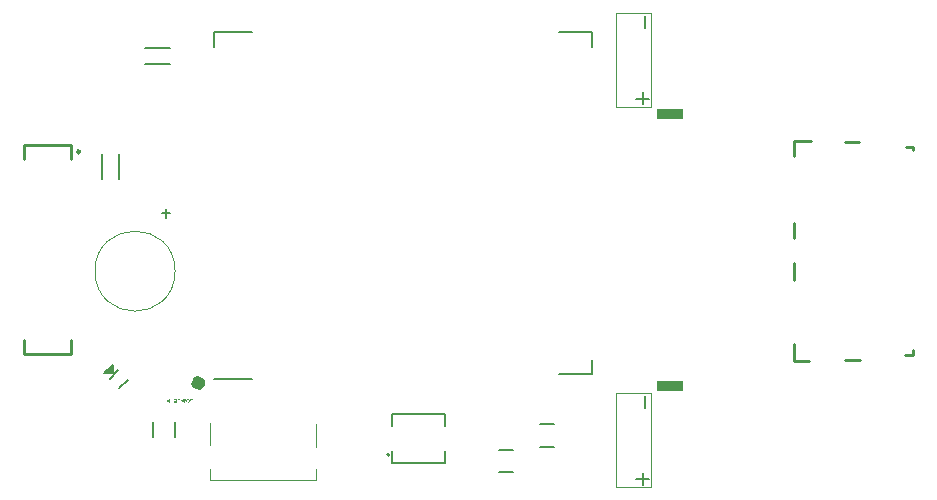
<source format=gbo>
G04*
G04 #@! TF.GenerationSoftware,Altium Limited,Altium Designer,22.2.1 (43)*
G04*
G04 Layer_Color=32896*
%FSLAX44Y44*%
%MOMM*%
G71*
G04*
G04 #@! TF.SameCoordinates,D676EA34-7746-482F-A41B-9349FDE20BFB*
G04*
G04*
G04 #@! TF.FilePolarity,Positive*
G04*
G01*
G75*
%ADD10C,0.1270*%
%ADD12C,0.2000*%
%ADD13C,0.3000*%
%ADD14C,0.1530*%
%ADD15C,0.1001*%
%ADD17R,2.2330X0.9000*%
%ADD65C,0.2540*%
%ADD134C,1.0000*%
%ADD135C,0.1781*%
%ADD136R,2.2330X0.9000*%
G36*
X65772Y-2176D02*
X65359D01*
Y376D01*
X63658Y-2176D01*
X63211D01*
Y1076D01*
X63625D01*
Y-1480D01*
X65331Y1076D01*
X65772D01*
Y-2176D01*
D02*
G37*
G36*
X78347D02*
X77896D01*
X77210Y301D01*
X77191Y362D01*
X77177Y428D01*
X77158Y493D01*
X77144Y550D01*
X77130Y602D01*
X77120Y644D01*
X77116Y672D01*
X77111Y677D01*
Y681D01*
X77106Y667D01*
X77102Y644D01*
X77087Y592D01*
X77069Y531D01*
X77050Y465D01*
X77036Y404D01*
X77022Y353D01*
X77017Y329D01*
X77012Y315D01*
X77008Y305D01*
Y301D01*
X76326Y-2176D01*
X75903D01*
X75010Y1076D01*
X75448D01*
X75955Y-1015D01*
X75993Y-1161D01*
X76021Y-1292D01*
X76049Y-1414D01*
X76073Y-1518D01*
X76087Y-1565D01*
X76091Y-1607D01*
X76101Y-1640D01*
X76105Y-1668D01*
X76115Y-1692D01*
Y-1710D01*
X76119Y-1720D01*
Y-1725D01*
X76152Y-1518D01*
X76195Y-1316D01*
X76237Y-1123D01*
X76256Y-1034D01*
X76279Y-944D01*
X76298Y-865D01*
X76317Y-794D01*
X76336Y-733D01*
X76350Y-677D01*
X76359Y-634D01*
X76369Y-601D01*
X76378Y-578D01*
Y-573D01*
X76838Y1076D01*
X77360D01*
X77976Y-1123D01*
X77980Y-1142D01*
X77990Y-1170D01*
X77999Y-1208D01*
X78008Y-1250D01*
X78023Y-1297D01*
X78032Y-1349D01*
X78060Y-1452D01*
X78084Y-1555D01*
X78098Y-1602D01*
X78107Y-1640D01*
X78112Y-1678D01*
X78121Y-1701D01*
X78126Y-1720D01*
Y-1725D01*
X78149Y-1602D01*
X78173Y-1480D01*
X78197Y-1367D01*
X78220Y-1269D01*
X78229Y-1222D01*
X78239Y-1179D01*
X78248Y-1147D01*
X78253Y-1114D01*
X78258Y-1090D01*
X78262Y-1071D01*
X78267Y-1062D01*
Y-1057D01*
X78751Y1076D01*
X79197D01*
X78347Y-2176D01*
D02*
G37*
G36*
X85461D02*
X85029D01*
Y-855D01*
X84197D01*
X84075Y-851D01*
X83957Y-841D01*
X83854Y-827D01*
X83760Y-808D01*
X83671Y-789D01*
X83596Y-766D01*
X83525Y-738D01*
X83464Y-710D01*
X83412Y-686D01*
X83365Y-658D01*
X83328Y-634D01*
X83300Y-611D01*
X83276Y-597D01*
X83262Y-583D01*
X83253Y-573D01*
X83248Y-569D01*
X83201Y-512D01*
X83159Y-456D01*
X83126Y-399D01*
X83093Y-338D01*
X83065Y-277D01*
X83046Y-221D01*
X83013Y-113D01*
X83004Y-61D01*
X82994Y-14D01*
X82989Y28D01*
X82985Y61D01*
X82980Y94D01*
Y113D01*
Y127D01*
Y132D01*
X82985Y221D01*
X82994Y305D01*
X83013Y381D01*
X83027Y446D01*
X83046Y503D01*
X83065Y545D01*
X83074Y569D01*
X83079Y578D01*
X83116Y649D01*
X83163Y710D01*
X83206Y766D01*
X83248Y808D01*
X83286Y841D01*
X83314Y869D01*
X83333Y883D01*
X83342Y888D01*
X83403Y926D01*
X83473Y959D01*
X83539Y987D01*
X83600Y1010D01*
X83657Y1024D01*
X83699Y1034D01*
X83732Y1043D01*
X83741D01*
X83812Y1053D01*
X83892Y1062D01*
X83976Y1067D01*
X84056Y1071D01*
X84127Y1076D01*
X85461D01*
Y-2176D01*
D02*
G37*
G36*
X74602D02*
X72172D01*
Y-1790D01*
X74169D01*
Y-686D01*
X72370D01*
Y-301D01*
X74169D01*
Y691D01*
X72248D01*
Y1076D01*
X74602D01*
Y-2176D01*
D02*
G37*
G36*
X71571D02*
X71139D01*
Y-733D01*
X70584D01*
X70532Y-738D01*
X70495D01*
X70462Y-742D01*
X70438Y-747D01*
X70420D01*
X70410Y-752D01*
X70406D01*
X70330Y-775D01*
X70297Y-789D01*
X70269Y-803D01*
X70241Y-818D01*
X70222Y-827D01*
X70213Y-832D01*
X70208Y-836D01*
X70171Y-865D01*
X70133Y-897D01*
X70062Y-968D01*
X70030Y-1001D01*
X70006Y-1029D01*
X69992Y-1048D01*
X69987Y-1053D01*
X69940Y-1118D01*
X69889Y-1189D01*
X69837Y-1264D01*
X69785Y-1335D01*
X69743Y-1400D01*
X69710Y-1452D01*
X69696Y-1471D01*
X69687Y-1485D01*
X69677Y-1494D01*
Y-1499D01*
X69250Y-2176D01*
X68714D01*
X69273Y-1292D01*
X69339Y-1198D01*
X69400Y-1114D01*
X69461Y-1043D01*
X69513Y-977D01*
X69560Y-930D01*
X69597Y-893D01*
X69621Y-869D01*
X69630Y-860D01*
X69668Y-832D01*
X69710Y-799D01*
X69795Y-747D01*
X69832Y-728D01*
X69860Y-710D01*
X69879Y-700D01*
X69889Y-695D01*
X69804Y-681D01*
X69724Y-667D01*
X69654Y-644D01*
X69583Y-625D01*
X69522Y-601D01*
X69466Y-573D01*
X69414Y-550D01*
X69367Y-526D01*
X69330Y-498D01*
X69292Y-474D01*
X69264Y-456D01*
X69240Y-437D01*
X69221Y-423D01*
X69207Y-409D01*
X69203Y-404D01*
X69198Y-399D01*
X69160Y-352D01*
X69123Y-305D01*
X69066Y-207D01*
X69029Y-108D01*
X69001Y-14D01*
X68982Y66D01*
X68977Y99D01*
Y132D01*
X68972Y155D01*
Y174D01*
Y183D01*
Y188D01*
X68977Y287D01*
X68991Y376D01*
X69015Y461D01*
X69038Y531D01*
X69066Y592D01*
X69085Y639D01*
X69104Y667D01*
X69109Y672D01*
Y677D01*
X69165Y752D01*
X69221Y818D01*
X69282Y874D01*
X69339Y916D01*
X69391Y949D01*
X69433Y968D01*
X69461Y982D01*
X69466Y987D01*
X69470D01*
X69513Y1001D01*
X69564Y1015D01*
X69668Y1038D01*
X69781Y1053D01*
X69884Y1067D01*
X69983Y1071D01*
X70025D01*
X70062Y1076D01*
X71571D01*
Y-2176D01*
D02*
G37*
G36*
X66961D02*
X66529D01*
Y1076D01*
X66961D01*
Y-2176D01*
D02*
G37*
G36*
X81133Y1128D02*
X81251Y1114D01*
X81364Y1090D01*
X81472Y1062D01*
X81570Y1024D01*
X81664Y987D01*
X81749Y944D01*
X81824Y902D01*
X81895Y860D01*
X81956Y818D01*
X82007Y780D01*
X82050Y742D01*
X82083Y714D01*
X82111Y691D01*
X82125Y677D01*
X82129Y672D01*
X82205Y583D01*
X82270Y489D01*
X82332Y385D01*
X82379Y282D01*
X82421Y174D01*
X82458Y71D01*
X82487Y-33D01*
X82505Y-132D01*
X82524Y-225D01*
X82538Y-315D01*
X82548Y-395D01*
X82557Y-461D01*
Y-517D01*
X82562Y-559D01*
Y-587D01*
Y-592D01*
Y-597D01*
X82552Y-756D01*
X82534Y-902D01*
X82505Y-1043D01*
X82487Y-1104D01*
X82468Y-1165D01*
X82454Y-1217D01*
X82435Y-1264D01*
X82421Y-1306D01*
X82407Y-1344D01*
X82397Y-1372D01*
X82388Y-1391D01*
X82379Y-1405D01*
Y-1410D01*
X82299Y-1546D01*
X82214Y-1663D01*
X82120Y-1767D01*
X82031Y-1851D01*
X81951Y-1922D01*
X81918Y-1950D01*
X81890Y-1969D01*
X81862Y-1988D01*
X81843Y-2002D01*
X81833Y-2006D01*
X81829Y-2011D01*
X81758Y-2049D01*
X81688Y-2082D01*
X81547Y-2138D01*
X81411Y-2176D01*
X81284Y-2204D01*
X81223Y-2213D01*
X81171Y-2218D01*
X81124Y-2227D01*
X81082D01*
X81053Y-2232D01*
X81006D01*
X80851Y-2223D01*
X80706Y-2199D01*
X80569Y-2171D01*
X80508Y-2152D01*
X80452Y-2133D01*
X80400Y-2114D01*
X80353Y-2096D01*
X80316Y-2082D01*
X80283Y-2068D01*
X80255Y-2053D01*
X80231Y-2044D01*
X80222Y-2035D01*
X80217D01*
X80085Y-1950D01*
X79973Y-1856D01*
X79879Y-1757D01*
X79799Y-1663D01*
X79733Y-1574D01*
X79710Y-1541D01*
X79691Y-1508D01*
X79672Y-1480D01*
X79663Y-1461D01*
X79653Y-1447D01*
Y-1443D01*
X79616Y-1367D01*
X79587Y-1292D01*
X79536Y-1142D01*
X79498Y-991D01*
X79475Y-855D01*
X79470Y-794D01*
X79461Y-738D01*
X79456Y-686D01*
Y-644D01*
X79451Y-606D01*
Y-583D01*
Y-564D01*
Y-559D01*
X79461Y-381D01*
X79479Y-216D01*
X79493Y-141D01*
X79512Y-66D01*
X79531Y0D01*
X79545Y61D01*
X79564Y117D01*
X79583Y169D01*
X79597Y212D01*
X79616Y249D01*
X79625Y277D01*
X79634Y296D01*
X79644Y310D01*
Y315D01*
X79719Y451D01*
X79808Y573D01*
X79902Y677D01*
X79987Y761D01*
X80067Y827D01*
X80104Y855D01*
X80133Y879D01*
X80161Y893D01*
X80179Y907D01*
X80189Y912D01*
X80194Y916D01*
X80264Y954D01*
X80335Y987D01*
X80471Y1043D01*
X80612Y1081D01*
X80734Y1104D01*
X80790Y1114D01*
X80847Y1123D01*
X80889Y1128D01*
X80931D01*
X80964Y1133D01*
X81006D01*
X81133Y1128D01*
D02*
G37*
%LPC*%
G36*
X85029Y691D02*
X84098D01*
X84014Y686D01*
X83943Y681D01*
X83887Y677D01*
X83849Y667D01*
X83821Y663D01*
X83802Y658D01*
X83798D01*
X83737Y634D01*
X83685Y606D01*
X83638Y578D01*
X83596Y545D01*
X83567Y512D01*
X83544Y489D01*
X83530Y470D01*
X83525Y465D01*
X83492Y409D01*
X83464Y353D01*
X83445Y291D01*
X83436Y240D01*
X83427Y193D01*
X83422Y150D01*
Y127D01*
Y122D01*
Y117D01*
X83431Y19D01*
X83450Y-66D01*
X83478Y-141D01*
X83511Y-202D01*
X83544Y-249D01*
X83572Y-287D01*
X83591Y-305D01*
X83600Y-315D01*
X83633Y-343D01*
X83675Y-366D01*
X83765Y-404D01*
X83863Y-432D01*
X83962Y-451D01*
X84051Y-461D01*
X84089Y-465D01*
X84122D01*
X84155Y-470D01*
X85029D01*
Y691D01*
D02*
G37*
G36*
X71139Y714D02*
X70114D01*
X69987Y710D01*
X69879Y691D01*
X69785Y667D01*
X69715Y639D01*
X69654Y611D01*
X69616Y587D01*
X69593Y569D01*
X69583Y564D01*
X69527Y503D01*
X69485Y442D01*
X69456Y376D01*
X69433Y320D01*
X69423Y263D01*
X69419Y221D01*
X69414Y193D01*
Y188D01*
Y183D01*
X69419Y127D01*
X69428Y71D01*
X69442Y23D01*
X69456Y-19D01*
X69475Y-56D01*
X69489Y-84D01*
X69499Y-103D01*
X69503Y-108D01*
X69536Y-155D01*
X69578Y-197D01*
X69621Y-230D01*
X69663Y-258D01*
X69701Y-277D01*
X69729Y-291D01*
X69748Y-301D01*
X69757Y-305D01*
X69823Y-324D01*
X69898Y-338D01*
X69973Y-348D01*
X70048Y-352D01*
X70114Y-357D01*
X70171Y-362D01*
X71139D01*
Y714D01*
D02*
G37*
G36*
X81049Y761D02*
X81006D01*
X80889Y757D01*
X80776Y738D01*
X80677Y710D01*
X80593Y681D01*
X80522Y649D01*
X80494Y634D01*
X80471Y625D01*
X80447Y611D01*
X80433Y606D01*
X80428Y597D01*
X80424D01*
X80335Y531D01*
X80255Y456D01*
X80184Y381D01*
X80128Y305D01*
X80085Y240D01*
X80053Y183D01*
X80043Y165D01*
X80034Y150D01*
X80029Y141D01*
Y136D01*
X79982Y23D01*
X79949Y-99D01*
X79926Y-211D01*
X79912Y-320D01*
X79902Y-371D01*
X79897Y-413D01*
Y-456D01*
X79893Y-489D01*
Y-517D01*
Y-536D01*
Y-550D01*
Y-554D01*
X79897Y-667D01*
X79907Y-775D01*
X79921Y-879D01*
X79940Y-973D01*
X79968Y-1057D01*
X79991Y-1137D01*
X80020Y-1212D01*
X80048Y-1278D01*
X80081Y-1335D01*
X80109Y-1386D01*
X80133Y-1428D01*
X80156Y-1461D01*
X80179Y-1489D01*
X80194Y-1513D01*
X80203Y-1522D01*
X80208Y-1527D01*
X80269Y-1588D01*
X80335Y-1640D01*
X80400Y-1682D01*
X80466Y-1725D01*
X80532Y-1757D01*
X80602Y-1781D01*
X80663Y-1804D01*
X80729Y-1823D01*
X80786Y-1837D01*
X80842Y-1847D01*
X80889Y-1856D01*
X80931Y-1861D01*
X80964D01*
X80988Y-1866D01*
X81011D01*
X81100Y-1861D01*
X81185Y-1851D01*
X81260Y-1833D01*
X81335Y-1814D01*
X81406Y-1786D01*
X81472Y-1757D01*
X81533Y-1729D01*
X81589Y-1696D01*
X81636Y-1663D01*
X81678Y-1635D01*
X81716Y-1607D01*
X81749Y-1579D01*
X81772Y-1560D01*
X81791Y-1541D01*
X81801Y-1532D01*
X81805Y-1527D01*
X81862Y-1461D01*
X81909Y-1391D01*
X81951Y-1316D01*
X81989Y-1240D01*
X82017Y-1161D01*
X82045Y-1085D01*
X82083Y-935D01*
X82092Y-869D01*
X82101Y-803D01*
X82111Y-747D01*
X82115Y-700D01*
X82120Y-658D01*
Y-625D01*
Y-606D01*
Y-601D01*
X82115Y-470D01*
X82106Y-348D01*
X82092Y-230D01*
X82068Y-127D01*
X82045Y-33D01*
X82017Y52D01*
X81984Y132D01*
X81956Y197D01*
X81923Y258D01*
X81895Y310D01*
X81866Y353D01*
X81843Y385D01*
X81819Y414D01*
X81805Y432D01*
X81796Y442D01*
X81791Y446D01*
X81730Y503D01*
X81664Y550D01*
X81599Y592D01*
X81528Y630D01*
X81462Y658D01*
X81397Y686D01*
X81274Y724D01*
X81218Y733D01*
X81166Y742D01*
X81124Y752D01*
X81082Y757D01*
X81049Y761D01*
D02*
G37*
%LPD*%
D10*
X466309Y-71570D02*
Y-61410D01*
X460231Y-66589D02*
X471661D01*
X468000Y-6800D02*
Y3360D01*
Y315362D02*
Y325522D01*
X460231Y255573D02*
X471661D01*
X466309Y250592D02*
Y260752D01*
X379325Y-20209D02*
X391325D01*
X379325Y-39109D02*
X391325D01*
X395545Y312055D02*
X423505D01*
Y299595D02*
Y312055D01*
X103505D02*
X135465D01*
X103505Y299595D02*
Y312055D01*
X423505Y22055D02*
Y34515D01*
X395545Y22055D02*
X423505D01*
X103191Y18016D02*
X135151D01*
X70104Y-31271D02*
Y-18271D01*
X51104Y-31271D02*
Y-18271D01*
X344000Y-61026D02*
X356000D01*
X344000Y-42125D02*
X356000D01*
D12*
X251631Y-45997D02*
G03*
X251631Y-45997I-1000J0D01*
G01*
X10117Y23012D02*
X17259Y23012D01*
Y30013D01*
X22996Y10303D02*
X30016Y17303D01*
X14801Y18495D02*
X21820Y25495D01*
X10117Y23012D02*
X17259Y30013D01*
X254100Y-53192D02*
X298500D01*
X254100Y-11492D02*
X298500D01*
X254100Y-21917D02*
Y-11492D01*
Y-53192D02*
Y-42767D01*
X298500Y-21917D02*
Y-11492D01*
Y-53192D02*
Y-42767D01*
D13*
X14810Y25542D02*
X16263Y24390D01*
X13191Y23896D02*
X14810Y25542D01*
X13191Y23896D02*
X16428Y27188D01*
D14*
X22281Y187439D02*
Y208439D01*
X8681Y187439D02*
Y208439D01*
X44763Y284968D02*
X65763D01*
X44763Y298569D02*
X65763D01*
D15*
X70159Y109442D02*
G03*
X70159Y109442I-33898J0D01*
G01*
X443199Y-73749D02*
X473201D01*
Y6250D01*
X443199D02*
X473201D01*
X443199Y-73749D02*
Y6250D01*
Y248412D02*
Y328412D01*
X473201D01*
Y248412D02*
Y328412D01*
X443199Y248412D02*
X473201D01*
X189390Y-19729D02*
X189438Y-39206D01*
X100040Y-67387D02*
Y-58205D01*
Y-67387D02*
X189438D01*
X100090Y-38029D02*
Y-19329D01*
X189438Y-67387D02*
Y-58256D01*
D17*
X489595Y12520D02*
D03*
D65*
X-10469Y210497D02*
G03*
X-10469Y210497I-1270J0D01*
G01*
X689000Y214450D02*
X695100D01*
X694901Y38780D02*
Y42300D01*
X688400Y38780D02*
X694901D01*
X594500Y137500D02*
Y150350D01*
X637350Y33800D02*
X649800D01*
X594510Y33410D02*
X607210D01*
X594510D02*
Y47710D01*
X594400Y102250D02*
Y116550D01*
X695100Y211999D02*
Y214450D01*
X637150Y219000D02*
X649500D01*
X594400Y219500D02*
X608700D01*
X594300Y206800D02*
Y219500D01*
X-57839Y204397D02*
Y216397D01*
X-17839Y204397D02*
Y216397D01*
X-57839D02*
X-17839D01*
X-57905Y39397D02*
X-17905D01*
X-57905D02*
Y51397D01*
X-17905Y39397D02*
Y51397D01*
D134*
X90800Y14700D02*
G03*
X90800Y14700I-1000J0D01*
G01*
D135*
X62236Y154708D02*
Y161908D01*
X58864Y158538D02*
X65764D01*
D136*
X489595Y242400D02*
D03*
M02*

</source>
